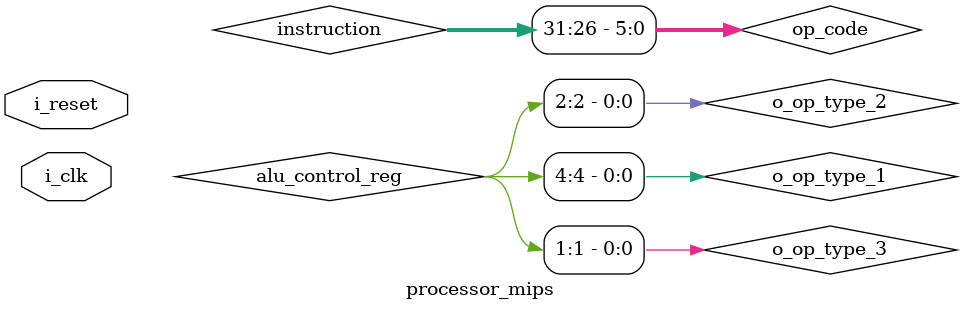
<source format=v>
module processor_mips ( i_clk, i_reset );

input i_clk;
input i_reset;

wire [31:0] instruction;
wire [5:0] op_code;

wire is_jump;
wire r_1_en, r_2_en, w_en;
wire reg_dst;
wire alu_src;
wire is_branch;
wire mem_write;
wire mem_to_reg;
wire is_signed;

wire [1:0] alu_op_code;
wire [5:0] alu_funct;
wire [1:0] alu_op_type_1;
wire [1:0] alu_op_type_2;
wire alu_op_type_3;
wire alu_is_signed;
wire [5:0] alu_control_for_data_tract;

assign op_code   = instruction[31:26];
assign alu_funct = instruction[5 : 0];
assign alu_control_for_data_tract = {alu_op_type_1, alu_op_type_2, alu_op_type_3, alu_is_signed};

control_unit_main_mips 	   control_unit_main  ( .i_op_code(op_code), 
						.o_is_jump(is_jump), 
						.o_r_1_en(r_1_en), .o_r_2_en(r_2_en), .o_w_en(w_en),
						.o_reg_dst(reg_dst),
						.o_alu_src(alu_src),
						.o_alu_op_code(alu_op_code),
						.o_is_branch(is_branch),
						.o_mem_write(mem_write),
						.o_mem_to_reg(mem_to_reg),
						.o_is_signed(is_signed) );


control_unit_alu_mips	   control_unit_alu   ( .i_alu_op_code(alu_op_code),
						.i_alu_is_signed(is_signed),
						.i_funct(alu_funct),
						.o_op_type_1(alu_op_type_1),
						.o_op_type_2(alu_op_type_2),
						.o_op_type_3(alu_op_type_3),
						.o_is_signed(alu_is_signed) );


data_tract_mips data_tract    ( .in_clk(i_clk), /* in_instruction,*/ 
				.out_instruction(instruction),
				.in_is_jump(is_jump), 
				.in_r_1_en(r_1_en), 
				.in_r_2_en(r_2_en), 
				.in_w_en(w_en),
				.in_reg_dst(reg_dst),
				.in_alu_src(alu_src), 
				.in_is_branch(is_branch), 
				.in_mem_write(mem_write), 
				.in_mem_to_reg(mem_to_reg), 
				.in_alu_control(alu_control_for_data_tract), 
				.in_reset(i_reset) );



always @( posedge i_clk) begin
//	if (i_reset)
end








reg [5:0] alu_control_reg;


assign o_op_type_1 = alu_control_reg[5:4];
assign o_op_type_2 = alu_control_reg[3:2];
assign o_op_type_3 = alu_control_reg[1];
assign o_is_signed = alu_is_signed;


always @* begin
	case (alu_op_code)
		2'b00: begin	/* Adder */
			alu_control_reg = 6'b10_00_00;
		end
		
		2'b01: begin	/* Subtractor */
			alu_control_reg = 6'b10_01_00;
		end
		
		2'b10: begin	/* ALU behaviour defines by "funct" field */
			case (alu_funct)
				6'h0 : alu_control_reg = 6'b00_00_00;	/* sll */
				6'h2 : alu_control_reg = 6'b00_00_10;	/* srl */
				6'h3 : alu_control_reg = 6'b00_10_10;	/* sra */
				6'h20: alu_control_reg = 6'b10_00_00;	/* add */
				6'h22: alu_control_reg = 6'b10_01_00;	/* sub */
				6'h24: alu_control_reg = 6'b11_00_00;	/* AND */
				6'h25: alu_control_reg = 6'b11_01_00;	/* OR  */
				6'h26: alu_control_reg = 6'b11_11_00;	/* XOR */
				6'h27: alu_control_reg = 6'b11_10_00;	/* NOR */
			endcase
		end
		
		2'b11: begin	/* forbidden value - I set it as Adder */
			alu_control_reg = 6'b10_00_00;
		end
	endcase
	
	
end

endmodule
















</source>
